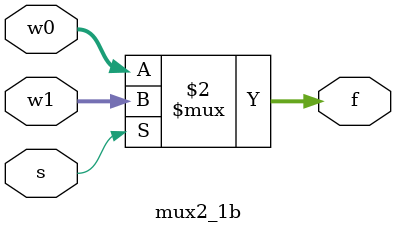
<source format=v>
module mux2_1b #(parameter n=3) (
    input [n-1:0]w0,w1,
    input s,
    output reg [n-1:0] f //we use reg because we use always
);

always @(w0,w1,s) //we use always to run what is in it when w0 or w1 or s change
    begin
        f = s?w1:w0;
    end
    
endmodule
</source>
